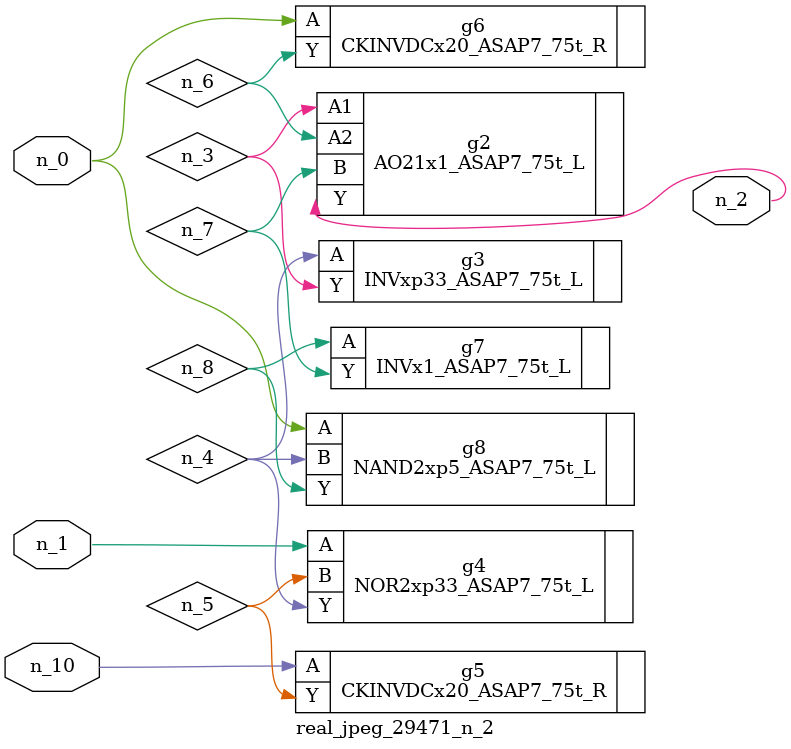
<source format=v>
module real_jpeg_29471_n_2 (n_1, n_10, n_0, n_2);

input n_1;
input n_10;
input n_0;

output n_2;

wire n_5;
wire n_4;
wire n_8;
wire n_6;
wire n_7;
wire n_3;

CKINVDCx20_ASAP7_75t_R g6 ( 
.A(n_0),
.Y(n_6)
);

NAND2xp5_ASAP7_75t_L g8 ( 
.A(n_0),
.B(n_4),
.Y(n_8)
);

NOR2xp33_ASAP7_75t_L g4 ( 
.A(n_1),
.B(n_5),
.Y(n_4)
);

AO21x1_ASAP7_75t_L g2 ( 
.A1(n_3),
.A2(n_6),
.B(n_7),
.Y(n_2)
);

INVxp33_ASAP7_75t_L g3 ( 
.A(n_4),
.Y(n_3)
);

INVx1_ASAP7_75t_L g7 ( 
.A(n_8),
.Y(n_7)
);

CKINVDCx20_ASAP7_75t_R g5 ( 
.A(n_10),
.Y(n_5)
);


endmodule
</source>
